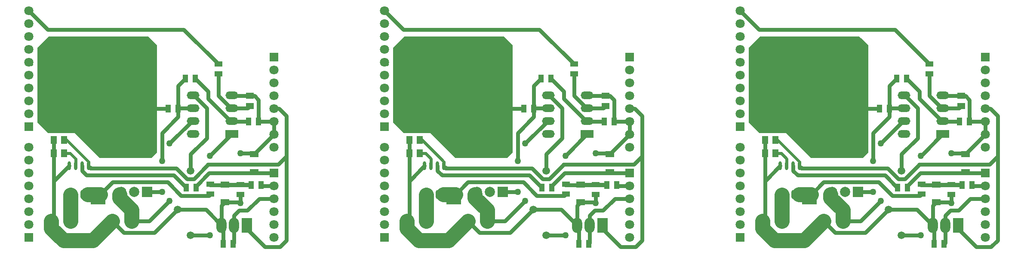
<source format=gtl>
G04 Layer_Physical_Order=1*
G04 Layer_Color=255*
%FSLAX44Y44*%
%MOMM*%
G71*
G01*
G75*
G04:AMPARAMS|DCode=10|XSize=9mm|YSize=12mm|CornerRadius=2.25mm|HoleSize=0mm|Usage=FLASHONLY|Rotation=180.000|XOffset=0mm|YOffset=0mm|HoleType=Round|Shape=RoundedRectangle|*
%AMROUNDEDRECTD10*
21,1,9.0000,7.5000,0,0,180.0*
21,1,4.5000,12.0000,0,0,180.0*
1,1,4.5000,-2.2500,3.7500*
1,1,4.5000,2.2500,3.7500*
1,1,4.5000,2.2500,-3.7500*
1,1,4.5000,-2.2500,-3.7500*
%
%ADD10ROUNDEDRECTD10*%
%ADD11R,1.1430X1.5240*%
%ADD12R,1.6000X1.0500*%
%ADD13R,1.7000X1.3000*%
%ADD14R,1.0500X1.6000*%
%ADD15R,1.5240X1.1430*%
%ADD16O,0.6500X1.7500*%
%ADD17O,0.6500X1.7500*%
%ADD18C,3.0000*%
%ADD19C,0.6000*%
%ADD20C,0.8000*%
%ADD21C,3.0000*%
%ADD22R,3.0000X3.0000*%
%ADD23C,1.5000*%
%ADD24C,2.0000*%
%ADD25R,2.0000X2.0000*%
%ADD26P,6.4944X8X202.5*%
%ADD27C,1.8000*%
%ADD28R,1.8000X1.8000*%
%ADD29R,2.0000X3.0000*%
%ADD30O,2.0000X3.0000*%
%ADD31R,2.5000X1.5000*%
%ADD32O,2.5000X1.5000*%
%ADD33C,1.2700*%
%ADD34C,0.8000*%
G36*
X2266469Y607000D02*
X2262469Y603000D01*
Y590000D01*
Y456000D01*
X2271469Y447000D01*
X2283469Y435000D01*
X2335469Y435000D01*
X2356469Y414000D01*
X2384469Y386000D01*
X2462469D01*
X2486469Y386000D01*
X2497469Y397000D01*
X2497469Y480000D01*
X2497469Y484000D01*
X2489469Y484000D01*
X2468469Y484000D01*
X2491149D01*
X2493469Y484000D01*
X2497469D01*
Y608000D01*
X2483469Y622000D01*
X2480469Y625000D01*
X2284469D01*
X2266469Y607000D01*
D02*
G37*
G36*
X1566469D02*
X1562469Y603000D01*
Y590000D01*
Y456000D01*
X1571469Y447000D01*
X1583469Y435000D01*
X1635469Y435000D01*
X1656469Y414000D01*
X1684469Y386000D01*
X1762469D01*
X1786469Y386000D01*
X1797469Y397000D01*
X1797469Y480000D01*
X1797469Y484000D01*
X1789469Y484000D01*
X1768469Y484000D01*
X1791149D01*
X1793469Y484000D01*
X1797469D01*
Y608000D01*
X1783469Y622000D01*
X1780469Y625000D01*
X1584469D01*
X1566469Y607000D01*
D02*
G37*
G36*
X866469D02*
X862469Y603000D01*
Y590000D01*
Y456000D01*
X871469Y447000D01*
X883469Y435000D01*
X935469Y435000D01*
X956469Y414000D01*
X984469Y386000D01*
X1062469D01*
X1086469Y386000D01*
X1097469Y397000D01*
X1097469Y480000D01*
X1097469Y484000D01*
X1089469Y484000D01*
X1068469Y484000D01*
X1091149D01*
X1093469Y484000D01*
X1097469D01*
Y608000D01*
X1083469Y622000D01*
X1080469Y625000D01*
X884469D01*
X866469Y607000D01*
D02*
G37*
D10*
X2452469Y450750D02*
D03*
X1752469D02*
D03*
X1052469D02*
D03*
D11*
X2314629Y395000D02*
D03*
X2294309D02*
D03*
X2314629Y421000D02*
D03*
X2294309D02*
D03*
X1614629Y395000D02*
D03*
X1594309D02*
D03*
X1614629Y421000D02*
D03*
X1594309D02*
D03*
X914629Y395000D02*
D03*
X894309D02*
D03*
X914629Y421000D02*
D03*
X894309D02*
D03*
D12*
X2661469Y313250D02*
D03*
Y332750D02*
D03*
X2602469Y333750D02*
D03*
Y314250D02*
D03*
X2618469Y570750D02*
D03*
Y551250D02*
D03*
X1961469Y313250D02*
D03*
Y332750D02*
D03*
X1902469Y333750D02*
D03*
Y314250D02*
D03*
X1918469Y570750D02*
D03*
Y551250D02*
D03*
X1261469Y313250D02*
D03*
Y332750D02*
D03*
X1202469Y333750D02*
D03*
Y314250D02*
D03*
X1218469Y570750D02*
D03*
Y551250D02*
D03*
D13*
X2631469Y298500D02*
D03*
Y333500D02*
D03*
X2688869Y392900D02*
D03*
Y357900D02*
D03*
X1931469Y298500D02*
D03*
Y333500D02*
D03*
X1988869Y392900D02*
D03*
Y357900D02*
D03*
X1231469Y298500D02*
D03*
Y333500D02*
D03*
X1288869Y392900D02*
D03*
Y357900D02*
D03*
D14*
X2627719Y216000D02*
D03*
X2647219D02*
D03*
X2697219Y458000D02*
D03*
X2677719D02*
D03*
X2539219Y483000D02*
D03*
X2519719D02*
D03*
X2573219Y542000D02*
D03*
X2553719D02*
D03*
X2682719Y332000D02*
D03*
X2702220D02*
D03*
X2555119Y327400D02*
D03*
X2574619D02*
D03*
X1927719Y216000D02*
D03*
X1947219D02*
D03*
X1997219Y458000D02*
D03*
X1977719D02*
D03*
X1839219Y483000D02*
D03*
X1819719D02*
D03*
X1873219Y542000D02*
D03*
X1853719D02*
D03*
X1982719Y332000D02*
D03*
X2002219D02*
D03*
X1855119Y327400D02*
D03*
X1874619D02*
D03*
X1227719Y216000D02*
D03*
X1247219D02*
D03*
X1297219Y458000D02*
D03*
X1277719D02*
D03*
X1139219Y483000D02*
D03*
X1119719D02*
D03*
X1173219Y542000D02*
D03*
X1153719D02*
D03*
X1282719Y332000D02*
D03*
X1302219D02*
D03*
X1155119Y327400D02*
D03*
X1174619D02*
D03*
D15*
X2680469Y508160D02*
D03*
Y487840D02*
D03*
X1980469Y508160D02*
D03*
Y487840D02*
D03*
X1280469Y508160D02*
D03*
Y487840D02*
D03*
D16*
X2362519Y370000D02*
D03*
X2349819D02*
D03*
X2337119D02*
D03*
X2324419D02*
D03*
Y314000D02*
D03*
X2337119D02*
D03*
X1662519Y370000D02*
D03*
X1649819D02*
D03*
X1637119D02*
D03*
X1624419D02*
D03*
Y314000D02*
D03*
X1637119D02*
D03*
X962519Y370000D02*
D03*
X949819D02*
D03*
X937119D02*
D03*
X924419D02*
D03*
Y314000D02*
D03*
X937119D02*
D03*
D17*
X2362519D02*
D03*
X2349819D02*
D03*
X1662519D02*
D03*
X1649819D02*
D03*
X962519D02*
D03*
X949819D02*
D03*
D18*
X2406278Y497191D02*
X2385469D01*
X2434969Y468500D02*
X2406278Y497191D01*
X2362519Y314000D02*
X2361507D01*
X2385469D02*
X2362519D01*
X2327519Y261000D02*
Y313000D01*
X2447519Y261000D02*
Y282938D01*
X2423469Y306988D02*
Y314000D01*
X2447519Y282938D02*
X2423469Y306988D01*
X2289419Y247050D02*
Y261000D01*
X2313469Y223000D02*
X2289419Y247050D01*
X2371419Y223000D02*
X2313469D01*
X2409419Y261000D02*
X2371419Y223000D01*
X2452469Y486000D02*
X2434969Y468500D01*
X1706278Y497191D02*
X1685469D01*
X1734969Y468500D02*
X1706278Y497191D01*
X1662519Y314000D02*
X1661507D01*
X1685469D02*
X1662519D01*
X1627519Y261000D02*
Y313000D01*
X1747519Y261000D02*
Y282938D01*
X1723469Y306988D02*
Y314000D01*
X1747519Y282938D02*
X1723469Y306988D01*
X1589419Y247050D02*
Y261000D01*
X1613469Y223000D02*
X1589419Y247050D01*
X1671419Y223000D02*
X1613469D01*
X1709419Y261000D02*
X1671419Y223000D01*
X1752469Y486000D02*
X1734969Y468500D01*
X1006278Y497191D02*
X985469D01*
X1034969Y468500D02*
X1006278Y497191D01*
X962519Y314000D02*
X961507D01*
X985469D02*
X962519D01*
X927519Y261000D02*
Y313000D01*
X1047519Y261000D02*
Y282938D01*
X1023469Y306988D02*
Y314000D01*
X1047519Y282938D02*
X1023469Y306988D01*
X889419Y247050D02*
Y261000D01*
X913469Y223000D02*
X889419Y247050D01*
X971419Y223000D02*
X913469D01*
X1009419Y261000D02*
X971419Y223000D01*
X1052469Y486000D02*
X1034969Y468500D01*
D19*
X2319469Y421000D02*
X2314629D01*
X2362519Y377950D02*
X2319469Y421000D01*
X2362519Y370000D02*
Y377950D01*
X2326469Y395000D02*
X2314629D01*
X2337119Y384350D02*
X2326469Y395000D01*
X2337119Y370000D02*
Y384350D01*
X2703419Y330800D02*
X2702220Y332000D01*
X2682719D02*
X2680969Y333750D01*
X2250109Y570000D02*
X2245469Y574640D01*
X2568475Y483700D02*
X2568369D01*
X2697419Y457800D02*
X2697219Y458000D01*
X2680969Y333750D02*
X2631469D01*
X2365869Y366650D02*
X2362519Y370000D01*
X1619469Y421000D02*
X1614629D01*
X1662519Y377950D02*
X1619469Y421000D01*
X1662519Y370000D02*
Y377950D01*
X1626469Y395000D02*
X1614629D01*
X1637119Y384350D02*
X1626469Y395000D01*
X1637119Y370000D02*
Y384350D01*
X2003419Y330800D02*
X2002219Y332000D01*
X1982719D02*
X1980969Y333750D01*
X1550109Y570000D02*
X1545469Y574640D01*
X1868475Y483700D02*
X1868369D01*
X1997419Y457800D02*
X1997219Y458000D01*
X1980969Y333750D02*
X1931469D01*
X1665869Y366650D02*
X1662519Y370000D01*
X919469Y421000D02*
X914629D01*
X962519Y377950D02*
X919469Y421000D01*
X962519Y370000D02*
Y377950D01*
X926469Y395000D02*
X914629D01*
X937119Y384350D02*
X926469Y395000D01*
X937119Y370000D02*
Y384350D01*
X1303419Y330800D02*
X1302219Y332000D01*
X1282719D02*
X1280969Y333750D01*
X850109Y570000D02*
X845469Y574640D01*
X1168475Y483700D02*
X1168369D01*
X1297419Y457800D02*
X1297219Y458000D01*
X1280969Y333750D02*
X1231469D01*
X965869Y366650D02*
X962519Y370000D01*
D20*
X2675469Y282000D02*
X2659469D01*
X2698869Y305400D02*
X2675469Y282000D01*
X2728069Y305400D02*
X2698869D01*
X2752469Y389000D02*
Y469000D01*
Y223270D02*
Y389000D01*
X2627719Y216000D02*
Y249750D01*
X2649469Y218250D02*
X2647219Y216000D01*
X2649469Y218250D02*
Y253000D01*
X2659469Y282000D02*
X2649469Y272000D01*
Y253000D02*
Y272000D01*
X2674469Y246000D02*
Y253000D01*
X2710199Y210270D02*
X2674469Y246000D01*
X2739469Y210270D02*
X2710199D01*
X2752469Y223270D02*
X2739469Y210270D01*
X2752469Y469000D02*
X2738269Y483200D01*
X2728069D01*
X2624469Y253000D02*
X2593669Y283800D01*
X2492269Y238000D02*
X2432419D01*
X2593669Y283800D02*
X2538069D01*
X2492269Y238000D01*
X2432419D02*
X2409419Y261000D01*
X2482469D02*
X2447519D01*
X2294309Y265890D02*
X2289419Y261000D01*
X2294309Y395000D02*
Y421000D01*
X2324419Y370000D02*
X2294309Y339890D01*
Y265890D02*
Y339890D01*
Y395000D01*
X2624469Y253000D02*
Y291500D01*
X2631469Y298500D02*
X2624469Y291500D01*
X2659969Y298500D02*
X2631469D01*
X2661469Y297000D02*
X2659969Y298500D01*
X2661469Y297000D02*
Y313250D01*
X2728069Y432400D02*
Y457800D01*
X2697419D01*
X2697219Y458000D02*
Y500250D01*
X2689309Y508160D01*
X2680469D01*
X2645509D01*
X2644569Y509100D01*
X2680469Y487840D02*
X2676329Y483700D01*
X2644569D01*
X2643049D01*
X2618469Y508280D01*
Y551250D01*
X2677719Y458000D02*
X2643349D01*
X2595469Y483520D02*
X2569890Y509100D01*
X2595469Y425000D02*
X2563469Y393000D01*
Y360000D02*
Y393000D01*
X2569890Y509100D02*
X2568369D01*
X2595469Y425000D02*
Y483520D01*
X2644569Y432900D02*
X2601669Y390000D01*
X2601469D01*
X2568369Y458300D02*
X2566769D01*
X2522469Y414000D01*
X2728069Y330800D02*
X2703419D01*
X2601219Y332000D02*
X2599469Y333750D01*
X2682719Y332000D02*
X2601219D01*
X2507469Y319000D02*
X2477869D01*
X2601469Y233000D02*
X2563469D01*
X2601469Y233000D02*
X2601469Y233000D01*
X2550219Y639000D02*
X2282709D01*
X2245469Y676240D01*
X2618469Y570750D02*
X2550219Y639000D01*
X2539219Y483000D02*
Y527500D01*
X2553719Y542000D02*
X2539219Y527500D01*
Y466750D02*
Y483000D01*
X2568369Y483700D02*
X2539919D01*
X2539219Y483000D01*
X2643349Y458000D02*
X2598469Y502880D01*
Y516750D01*
X2573219Y542000D01*
X2522469Y301000D02*
X2482469Y261000D01*
X2507469Y382000D02*
X2505469Y380000D01*
X2507469Y382000D02*
Y435000D01*
X2539219Y466750D02*
X2507469Y435000D01*
X2455469Y483000D02*
X2452469Y486000D01*
X2519719Y483000D02*
X2455469D01*
X2385943Y314000D02*
X2385469D01*
X2728069Y356200D02*
X2600356D01*
X2518469Y338000D02*
X2409942D01*
X2385943Y314000D01*
X2600356Y356200D02*
X2574156Y330000D01*
X2365869Y365650D02*
Y366650D01*
X2569890Y344500D02*
X2557049D01*
X2597469Y372080D02*
X2569890Y344500D01*
X2597469Y372080D02*
Y373000D01*
X2715556D02*
X2597469D01*
X2715756Y373200D02*
X2715556Y373000D01*
X2736669Y373200D02*
X2715756D01*
X2752469Y389000D02*
X2736669Y373200D01*
X2535899Y365650D02*
X2365869D01*
X2557049Y344500D02*
X2535899Y365650D01*
X2555119Y327400D02*
X2554869D01*
X2349819Y360450D02*
Y370000D01*
X2554869Y327400D02*
X2530869Y351400D01*
X2358869D01*
X2349819Y360450D01*
X2545069Y311400D02*
X2518469Y338000D01*
X2599619Y311400D02*
X2545069D01*
X2602469Y314250D02*
X2599619Y311400D01*
X2728069Y432400D02*
X2690669Y395000D01*
X2661469D01*
X1975469Y282000D02*
X1959469D01*
X1998869Y305400D02*
X1975469Y282000D01*
X2028069Y305400D02*
X1998869D01*
X2052469Y389000D02*
Y469000D01*
Y223270D02*
Y389000D01*
X1927719Y216000D02*
Y249750D01*
X1949469Y218250D02*
X1947219Y216000D01*
X1949469Y218250D02*
Y253000D01*
X1959469Y282000D02*
X1949469Y272000D01*
Y253000D02*
Y272000D01*
X1974469Y246000D02*
Y253000D01*
X2010199Y210270D02*
X1974469Y246000D01*
X2039469Y210270D02*
X2010199D01*
X2052469Y223270D02*
X2039469Y210270D01*
X2052469Y469000D02*
X2038269Y483200D01*
X2028069D01*
X1924469Y253000D02*
X1893669Y283800D01*
X1792269Y238000D02*
X1732419D01*
X1893669Y283800D02*
X1838069D01*
X1792269Y238000D01*
X1732419D02*
X1709419Y261000D01*
X1782469D02*
X1747519D01*
X1594309Y265890D02*
X1589419Y261000D01*
X1594309Y395000D02*
Y421000D01*
X1624419Y370000D02*
X1594309Y339890D01*
Y265890D02*
Y339890D01*
Y395000D01*
X1924469Y253000D02*
Y291500D01*
X1931469Y298500D02*
X1924469Y291500D01*
X1959969Y298500D02*
X1931469D01*
X1961469Y297000D02*
X1959969Y298500D01*
X1961469Y297000D02*
Y313250D01*
X2028069Y432400D02*
Y457800D01*
X1997419D01*
X1997219Y458000D02*
Y500250D01*
X1989309Y508160D01*
X1980469D01*
X1945509D01*
X1944569Y509100D01*
X1980469Y487840D02*
X1976329Y483700D01*
X1944569D01*
X1943049D01*
X1918469Y508280D01*
Y551250D01*
X1977719Y458000D02*
X1943349D01*
X1895469Y483520D02*
X1869890Y509100D01*
X1895469Y425000D02*
X1863469Y393000D01*
Y360000D02*
Y393000D01*
X1869890Y509100D02*
X1868369D01*
X1895469Y425000D02*
Y483520D01*
X1944569Y432900D02*
X1901669Y390000D01*
X1901469D01*
X1868369Y458300D02*
X1866769D01*
X1822469Y414000D01*
X2028069Y330800D02*
X2003419D01*
X1901219Y332000D02*
X1899469Y333750D01*
X1982719Y332000D02*
X1901219D01*
X1807469Y319000D02*
X1777869D01*
X1901469Y233000D02*
X1863469D01*
X1901469Y233000D02*
X1901469Y233000D01*
X1850219Y639000D02*
X1582709D01*
X1545469Y676240D01*
X1918469Y570750D02*
X1850219Y639000D01*
X1839219Y483000D02*
Y527500D01*
X1853719Y542000D02*
X1839219Y527500D01*
Y466750D02*
Y483000D01*
X1868369Y483700D02*
X1839919D01*
X1839219Y483000D01*
X1943349Y458000D02*
X1898469Y502880D01*
Y516750D01*
X1873219Y542000D01*
X1822469Y301000D02*
X1782469Y261000D01*
X1807469Y382000D02*
X1805469Y380000D01*
X1807469Y382000D02*
Y435000D01*
X1839219Y466750D02*
X1807469Y435000D01*
X1755469Y483000D02*
X1752469Y486000D01*
X1819719Y483000D02*
X1755469D01*
X1685943Y314000D02*
X1685469D01*
X2028069Y356200D02*
X1900356D01*
X1818469Y338000D02*
X1709942D01*
X1685943Y314000D01*
X1900356Y356200D02*
X1874156Y330000D01*
X1665869Y365650D02*
Y366650D01*
X1869890Y344500D02*
X1857049D01*
X1897469Y372080D02*
X1869890Y344500D01*
X1897469Y372080D02*
Y373000D01*
X2015556D02*
X1897469D01*
X2015756Y373200D02*
X2015556Y373000D01*
X2036669Y373200D02*
X2015756D01*
X2052469Y389000D02*
X2036669Y373200D01*
X1835899Y365650D02*
X1665869D01*
X1857049Y344500D02*
X1835899Y365650D01*
X1855119Y327400D02*
X1854869D01*
X1649819Y360450D02*
Y370000D01*
X1854869Y327400D02*
X1830869Y351400D01*
X1658869D01*
X1649819Y360450D01*
X1845069Y311400D02*
X1818469Y338000D01*
X1899619Y311400D02*
X1845069D01*
X1902469Y314250D02*
X1899619Y311400D01*
X2028069Y432400D02*
X1990669Y395000D01*
X1961469D01*
X1275469Y282000D02*
X1259469D01*
X1298869Y305400D02*
X1275469Y282000D01*
X1328069Y305400D02*
X1298869D01*
X1352469Y389000D02*
Y469000D01*
Y223270D02*
Y389000D01*
X1227719Y216000D02*
Y249750D01*
X1249469Y218250D02*
X1247219Y216000D01*
X1249469Y218250D02*
Y253000D01*
X1259469Y282000D02*
X1249469Y272000D01*
Y253000D02*
Y272000D01*
X1274469Y246000D02*
Y253000D01*
X1310199Y210270D02*
X1274469Y246000D01*
X1339469Y210270D02*
X1310199D01*
X1352469Y223270D02*
X1339469Y210270D01*
X1352469Y469000D02*
X1338269Y483200D01*
X1328069D01*
X1224469Y253000D02*
X1193669Y283800D01*
X1092269Y238000D02*
X1032419D01*
X1193669Y283800D02*
X1138069D01*
X1092269Y238000D01*
X1032419D02*
X1009419Y261000D01*
X1082469D02*
X1047519D01*
X894309Y265890D02*
X889419Y261000D01*
X894309Y395000D02*
Y421000D01*
X924419Y370000D02*
X894309Y339890D01*
Y265890D02*
Y339890D01*
Y395000D01*
X1224469Y253000D02*
Y291500D01*
X1231469Y298500D02*
X1224469Y291500D01*
X1259969Y298500D02*
X1231469D01*
X1261469Y297000D02*
X1259969Y298500D01*
X1261469Y297000D02*
Y313250D01*
X1328069Y432400D02*
Y457800D01*
X1297419D01*
X1297219Y458000D02*
Y500250D01*
X1289309Y508160D01*
X1280469D01*
X1245509D01*
X1244569Y509100D01*
X1280469Y487840D02*
X1276329Y483700D01*
X1244569D01*
X1243049D01*
X1218469Y508280D01*
Y551250D01*
X1277719Y458000D02*
X1243349D01*
X1195469Y483520D02*
X1169890Y509100D01*
X1195469Y425000D02*
X1163469Y393000D01*
Y360000D02*
Y393000D01*
X1169890Y509100D02*
X1168369D01*
X1195469Y425000D02*
Y483520D01*
X1244569Y432900D02*
X1201669Y390000D01*
X1201469D01*
X1168369Y458300D02*
X1166769D01*
X1122469Y414000D01*
X1328069Y330800D02*
X1303419D01*
X1201219Y332000D02*
X1199469Y333750D01*
X1282719Y332000D02*
X1201219D01*
X1107469Y319000D02*
X1077869D01*
X1201469Y233000D02*
X1163469D01*
X1201469Y233000D02*
X1201469Y233000D01*
X1150219Y639000D02*
X882709D01*
X845469Y676240D01*
X1218469Y570750D02*
X1150219Y639000D01*
X1139219Y483000D02*
Y527500D01*
X1153719Y542000D02*
X1139219Y527500D01*
Y466750D02*
Y483000D01*
X1168369Y483700D02*
X1139919D01*
X1139219Y483000D01*
X1243349Y458000D02*
X1198469Y502880D01*
Y516750D01*
X1173219Y542000D01*
X1122469Y301000D02*
X1082469Y261000D01*
X1107469Y382000D02*
X1105469Y380000D01*
X1107469Y382000D02*
Y435000D01*
X1139219Y466750D02*
X1107469Y435000D01*
X1055469Y483000D02*
X1052469Y486000D01*
X1119719Y483000D02*
X1055469D01*
X985943Y314000D02*
X985469D01*
X1328069Y356200D02*
X1200356D01*
X1118469Y338000D02*
X1009942D01*
X985943Y314000D01*
X1200356Y356200D02*
X1174156Y330000D01*
X965869Y365650D02*
Y366650D01*
X1169890Y344500D02*
X1157049D01*
X1197469Y372080D02*
X1169890Y344500D01*
X1197469Y372080D02*
Y373000D01*
X1315556D02*
X1197469D01*
X1315756Y373200D02*
X1315556Y373000D01*
X1336669Y373200D02*
X1315756D01*
X1352469Y389000D02*
X1336669Y373200D01*
X1135899Y365650D02*
X965869D01*
X1157049Y344500D02*
X1135899Y365650D01*
X1155119Y327400D02*
X1154869D01*
X949819Y360450D02*
Y370000D01*
X1154869Y327400D02*
X1130869Y351400D01*
X958869D01*
X949819Y360450D01*
X1145069Y311400D02*
X1118469Y338000D01*
X1199619Y311400D02*
X1145069D01*
X1202469Y314250D02*
X1199619Y311400D01*
X1328069Y432400D02*
X1290669Y395000D01*
X1261469D01*
D21*
X2381469Y497191D02*
D03*
X1681469D02*
D03*
X981469D02*
D03*
D22*
X2381469Y308809D02*
D03*
X1681469D02*
D03*
X981469D02*
D03*
D23*
X2563469Y360000D02*
D03*
X2538069Y283800D02*
D03*
X2563469Y233000D02*
D03*
X1863469Y360000D02*
D03*
X1838069Y283800D02*
D03*
X1863469Y233000D02*
D03*
X1163469Y360000D02*
D03*
X1138069Y283800D02*
D03*
X1163469Y233000D02*
D03*
D24*
X2447519Y261000D02*
D03*
X2327519D02*
D03*
X2427069Y319000D02*
D03*
X2452469D02*
D03*
X1747519Y261000D02*
D03*
X1627519D02*
D03*
X1727069Y319000D02*
D03*
X1752469D02*
D03*
X1047519Y261000D02*
D03*
X927519D02*
D03*
X1027069Y319000D02*
D03*
X1052469D02*
D03*
D25*
X2409419Y261000D02*
D03*
X2289419D02*
D03*
X2477869Y319000D02*
D03*
X1709419Y261000D02*
D03*
X1589419D02*
D03*
X1777869Y319000D02*
D03*
X1009419Y261000D02*
D03*
X889419D02*
D03*
X1077869Y319000D02*
D03*
D26*
X2452469Y486000D02*
D03*
X1752469D02*
D03*
X1052469D02*
D03*
D27*
X2728069Y229200D02*
D03*
Y254600D02*
D03*
Y280000D02*
D03*
Y305400D02*
D03*
Y330800D02*
D03*
X2245469Y254600D02*
D03*
Y280000D02*
D03*
Y305400D02*
D03*
Y330800D02*
D03*
Y356200D02*
D03*
Y381600D02*
D03*
Y407000D02*
D03*
X2728069Y559400D02*
D03*
Y534000D02*
D03*
Y508600D02*
D03*
Y483200D02*
D03*
Y457800D02*
D03*
Y432400D02*
D03*
Y407000D02*
D03*
X2245469Y473040D02*
D03*
Y498440D02*
D03*
Y523840D02*
D03*
Y549240D02*
D03*
Y574640D02*
D03*
Y600040D02*
D03*
Y625440D02*
D03*
Y676240D02*
D03*
Y650840D02*
D03*
X2028069Y229200D02*
D03*
Y254600D02*
D03*
Y280000D02*
D03*
Y305400D02*
D03*
Y330800D02*
D03*
X1545469Y254600D02*
D03*
Y280000D02*
D03*
Y305400D02*
D03*
Y330800D02*
D03*
Y356200D02*
D03*
Y381600D02*
D03*
Y407000D02*
D03*
X2028069Y559400D02*
D03*
Y534000D02*
D03*
Y508600D02*
D03*
Y483200D02*
D03*
Y457800D02*
D03*
Y432400D02*
D03*
Y407000D02*
D03*
X1545469Y473040D02*
D03*
Y498440D02*
D03*
Y523840D02*
D03*
Y549240D02*
D03*
Y574640D02*
D03*
Y600040D02*
D03*
Y625440D02*
D03*
Y676240D02*
D03*
Y650840D02*
D03*
X1328069Y229200D02*
D03*
Y254600D02*
D03*
Y280000D02*
D03*
Y305400D02*
D03*
Y330800D02*
D03*
X845469Y254600D02*
D03*
Y280000D02*
D03*
Y305400D02*
D03*
Y330800D02*
D03*
Y356200D02*
D03*
Y381600D02*
D03*
Y407000D02*
D03*
X1328069Y559400D02*
D03*
Y534000D02*
D03*
Y508600D02*
D03*
Y483200D02*
D03*
Y457800D02*
D03*
Y432400D02*
D03*
Y407000D02*
D03*
X845469Y473040D02*
D03*
Y498440D02*
D03*
Y523840D02*
D03*
Y549240D02*
D03*
Y574640D02*
D03*
Y600040D02*
D03*
Y625440D02*
D03*
Y676240D02*
D03*
Y650840D02*
D03*
D28*
X2728069Y356200D02*
D03*
X2245469Y229200D02*
D03*
X2728069Y584800D02*
D03*
X2245469Y447640D02*
D03*
X2028069Y356200D02*
D03*
X1545469Y229200D02*
D03*
X2028069Y584800D02*
D03*
X1545469Y447640D02*
D03*
X1328069Y356200D02*
D03*
X845469Y229200D02*
D03*
X1328069Y584800D02*
D03*
X845469Y447640D02*
D03*
D29*
X2674469Y253000D02*
D03*
X1974469D02*
D03*
X1274469D02*
D03*
D30*
X2649469D02*
D03*
X2624469D02*
D03*
X1949469D02*
D03*
X1924469D02*
D03*
X1249469D02*
D03*
X1224469D02*
D03*
D31*
X2644569Y432900D02*
D03*
X1944569D02*
D03*
X1244569D02*
D03*
D32*
X2644569Y458300D02*
D03*
Y483700D02*
D03*
Y509100D02*
D03*
X2568369Y432900D02*
D03*
Y458300D02*
D03*
Y483700D02*
D03*
Y509100D02*
D03*
X1944569Y458300D02*
D03*
Y483700D02*
D03*
Y509100D02*
D03*
X1868369Y432900D02*
D03*
Y458300D02*
D03*
Y483700D02*
D03*
Y509100D02*
D03*
X1244569Y458300D02*
D03*
Y483700D02*
D03*
Y509100D02*
D03*
X1168369Y432900D02*
D03*
Y458300D02*
D03*
Y483700D02*
D03*
Y509100D02*
D03*
D33*
X2522469Y301000D02*
D03*
X2507469Y380000D02*
D03*
Y319000D02*
D03*
X2661469Y395000D02*
D03*
Y297000D02*
D03*
X2601469Y390000D02*
D03*
Y233000D02*
D03*
X2522469Y414000D02*
D03*
X1822469Y301000D02*
D03*
X1807469Y380000D02*
D03*
Y319000D02*
D03*
X1961469Y395000D02*
D03*
Y297000D02*
D03*
X1901469Y390000D02*
D03*
Y233000D02*
D03*
X1822469Y414000D02*
D03*
X1122469Y301000D02*
D03*
X1107469Y380000D02*
D03*
Y319000D02*
D03*
X1261469Y395000D02*
D03*
Y297000D02*
D03*
X1201469Y390000D02*
D03*
Y233000D02*
D03*
X1122469Y414000D02*
D03*
D34*
X2434969Y503500D02*
D03*
X2469969D02*
D03*
Y468500D02*
D03*
X2434969D02*
D03*
X2427719Y486000D02*
D03*
X2452469Y461250D02*
D03*
X2477219Y486000D02*
D03*
X2452469Y510750D02*
D03*
X1734969Y503500D02*
D03*
X1769969D02*
D03*
Y468500D02*
D03*
X1734969D02*
D03*
X1727719Y486000D02*
D03*
X1752469Y461250D02*
D03*
X1777219Y486000D02*
D03*
X1752469Y510750D02*
D03*
X1034969Y503500D02*
D03*
X1069969D02*
D03*
Y468500D02*
D03*
X1034969D02*
D03*
X1027719Y486000D02*
D03*
X1052469Y461250D02*
D03*
X1077219Y486000D02*
D03*
X1052469Y510750D02*
D03*
M02*

</source>
